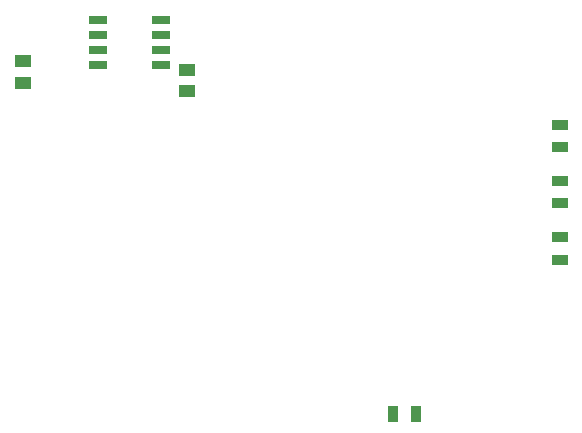
<source format=gbp>
G04*
G04 #@! TF.GenerationSoftware,Altium Limited,Altium Designer,21.0.9 (235)*
G04*
G04 Layer_Color=128*
%FSLAX24Y24*%
%MOIN*%
G70*
G04*
G04 #@! TF.SameCoordinates,2D4ACE21-508C-4F28-9509-530EA4604CDE*
G04*
G04*
G04 #@! TF.FilePolarity,Positive*
G04*
G01*
G75*
%ADD27R,0.0559X0.0425*%
%ADD35R,0.0551X0.0354*%
%ADD36R,0.0362X0.0559*%
%ADD43R,0.0579X0.0437*%
G04:AMPARAMS|DCode=183|XSize=62.2mil|YSize=23.6mil|CornerRadius=3mil|HoleSize=0mil|Usage=FLASHONLY|Rotation=0.000|XOffset=0mil|YOffset=0mil|HoleType=Round|Shape=RoundedRectangle|*
%AMROUNDEDRECTD183*
21,1,0.0622,0.0177,0,0,0.0*
21,1,0.0563,0.0236,0,0,0.0*
1,1,0.0059,0.0282,-0.0089*
1,1,0.0059,-0.0282,-0.0089*
1,1,0.0059,-0.0282,0.0089*
1,1,0.0059,0.0282,0.0089*
%
%ADD183ROUNDEDRECTD183*%
D27*
X22400Y71638D02*
D03*
Y72342D02*
D03*
D35*
X34830Y69766D02*
D03*
Y70514D02*
D03*
Y67902D02*
D03*
Y68650D02*
D03*
Y66770D02*
D03*
Y66022D02*
D03*
D36*
X29256Y60870D02*
D03*
X30044D02*
D03*
D43*
X16920Y71926D02*
D03*
Y72634D02*
D03*
D183*
X21521Y72510D02*
D03*
Y73010D02*
D03*
Y73510D02*
D03*
Y74010D02*
D03*
X19419Y73510D02*
D03*
Y73010D02*
D03*
Y72510D02*
D03*
Y74010D02*
D03*
M02*

</source>
